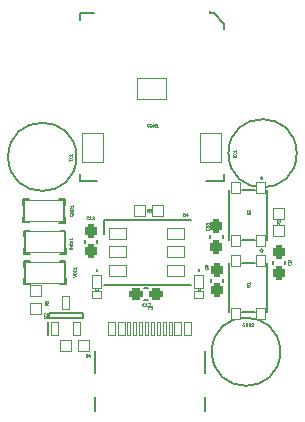
<source format=gto>
%TF.GenerationSoftware,KiCad,Pcbnew,(7.0.0)*%
%TF.CreationDate,2023-11-19T11:36:42-08:00*%
%TF.ProjectId,Dot-LED,446f742d-4c45-4442-9e6b-696361645f70,rev?*%
%TF.SameCoordinates,Original*%
%TF.FileFunction,Legend,Top*%
%TF.FilePolarity,Positive*%
%FSLAX46Y46*%
G04 Gerber Fmt 4.6, Leading zero omitted, Abs format (unit mm)*
G04 Created by KiCad (PCBNEW (7.0.0)) date 2023-11-19 11:36:42*
%MOMM*%
%LPD*%
G01*
G04 APERTURE LIST*
G04 Aperture macros list*
%AMRoundRect*
0 Rectangle with rounded corners*
0 $1 Rounding radius*
0 $2 $3 $4 $5 $6 $7 $8 $9 X,Y pos of 4 corners*
0 Add a 4 corners polygon primitive as box body*
4,1,4,$2,$3,$4,$5,$6,$7,$8,$9,$2,$3,0*
0 Add four circle primitives for the rounded corners*
1,1,$1+$1,$2,$3*
1,1,$1+$1,$4,$5*
1,1,$1+$1,$6,$7*
1,1,$1+$1,$8,$9*
0 Add four rect primitives between the rounded corners*
20,1,$1+$1,$2,$3,$4,$5,0*
20,1,$1+$1,$4,$5,$6,$7,0*
20,1,$1+$1,$6,$7,$8,$9,0*
20,1,$1+$1,$8,$9,$2,$3,0*%
G04 Aperture macros list end*
%ADD10C,0.062500*%
%ADD11C,0.150000*%
%ADD12RoundRect,0.050000X-0.350000X-0.500000X0.350000X-0.500000X0.350000X0.500000X-0.350000X0.500000X0*%
%ADD13RoundRect,0.050000X0.500000X-0.450000X0.500000X0.450000X-0.500000X0.450000X-0.500000X-0.450000X0*%
%ADD14RoundRect,0.050000X0.450000X0.500000X-0.450000X0.500000X-0.450000X-0.500000X0.450000X-0.500000X0*%
%ADD15C,0.750000*%
%ADD16RoundRect,0.050000X-0.300000X-0.575000X0.300000X-0.575000X0.300000X0.575000X-0.300000X0.575000X0*%
%ADD17RoundRect,0.050000X-0.150000X-0.575000X0.150000X-0.575000X0.150000X0.575000X-0.150000X0.575000X0*%
%ADD18O,1.100000X1.900000*%
%ADD19O,1.100000X2.200000*%
%ADD20RoundRect,0.050000X-0.400000X-0.525000X0.400000X-0.525000X0.400000X0.525000X-0.400000X0.525000X0*%
%ADD21RoundRect,0.050000X-0.400000X0.325000X-0.400000X-0.325000X0.400000X-0.325000X0.400000X0.325000X0*%
%ADD22RoundRect,0.050000X0.300000X0.525000X-0.300000X0.525000X-0.300000X-0.525000X0.300000X-0.525000X0*%
%ADD23RoundRect,0.287500X0.237500X-0.300000X0.237500X0.300000X-0.237500X0.300000X-0.237500X-0.300000X0*%
%ADD24C,3.890000*%
%ADD25C,1.300000*%
%ADD26RoundRect,0.050000X-1.250000X0.900000X-1.250000X-0.900000X1.250000X-0.900000X1.250000X0.900000X0*%
%ADD27RoundRect,0.050000X-0.900000X1.250000X-0.900000X-1.250000X0.900000X-1.250000X0.900000X1.250000X0*%
%ADD28RoundRect,0.050000X-1.700000X-0.900000X1.700000X-0.900000X1.700000X0.900000X-1.700000X0.900000X0*%
%ADD29RoundRect,0.287500X-0.237500X0.300000X-0.237500X-0.300000X0.237500X-0.300000X0.237500X0.300000X0*%
%ADD30RoundRect,0.287500X0.300000X0.237500X-0.300000X0.237500X-0.300000X-0.237500X0.300000X-0.237500X0*%
%ADD31RoundRect,0.050000X-0.750000X-0.500000X0.750000X-0.500000X0.750000X0.500000X-0.750000X0.500000X0*%
G04 APERTURE END LIST*
D10*
%TO.C,S2*%
X135284940Y-53405475D02*
X135296845Y-53369761D01*
X135296845Y-53369761D02*
X135296845Y-53310237D01*
X135296845Y-53310237D02*
X135284940Y-53286428D01*
X135284940Y-53286428D02*
X135273035Y-53274523D01*
X135273035Y-53274523D02*
X135249226Y-53262618D01*
X135249226Y-53262618D02*
X135225416Y-53262618D01*
X135225416Y-53262618D02*
X135201607Y-53274523D01*
X135201607Y-53274523D02*
X135189702Y-53286428D01*
X135189702Y-53286428D02*
X135177797Y-53310237D01*
X135177797Y-53310237D02*
X135165892Y-53357856D01*
X135165892Y-53357856D02*
X135153988Y-53381666D01*
X135153988Y-53381666D02*
X135142083Y-53393571D01*
X135142083Y-53393571D02*
X135118273Y-53405475D01*
X135118273Y-53405475D02*
X135094464Y-53405475D01*
X135094464Y-53405475D02*
X135070654Y-53393571D01*
X135070654Y-53393571D02*
X135058750Y-53381666D01*
X135058750Y-53381666D02*
X135046845Y-53357856D01*
X135046845Y-53357856D02*
X135046845Y-53298333D01*
X135046845Y-53298333D02*
X135058750Y-53262618D01*
X135070654Y-53167380D02*
X135058750Y-53155476D01*
X135058750Y-53155476D02*
X135046845Y-53131666D01*
X135046845Y-53131666D02*
X135046845Y-53072142D01*
X135046845Y-53072142D02*
X135058750Y-53048333D01*
X135058750Y-53048333D02*
X135070654Y-53036428D01*
X135070654Y-53036428D02*
X135094464Y-53024523D01*
X135094464Y-53024523D02*
X135118273Y-53024523D01*
X135118273Y-53024523D02*
X135153988Y-53036428D01*
X135153988Y-53036428D02*
X135296845Y-53179285D01*
X135296845Y-53179285D02*
X135296845Y-53024523D01*
%TO.C,S1*%
X135284940Y-59555475D02*
X135296845Y-59519761D01*
X135296845Y-59519761D02*
X135296845Y-59460237D01*
X135296845Y-59460237D02*
X135284940Y-59436428D01*
X135284940Y-59436428D02*
X135273035Y-59424523D01*
X135273035Y-59424523D02*
X135249226Y-59412618D01*
X135249226Y-59412618D02*
X135225416Y-59412618D01*
X135225416Y-59412618D02*
X135201607Y-59424523D01*
X135201607Y-59424523D02*
X135189702Y-59436428D01*
X135189702Y-59436428D02*
X135177797Y-59460237D01*
X135177797Y-59460237D02*
X135165892Y-59507856D01*
X135165892Y-59507856D02*
X135153988Y-59531666D01*
X135153988Y-59531666D02*
X135142083Y-59543571D01*
X135142083Y-59543571D02*
X135118273Y-59555475D01*
X135118273Y-59555475D02*
X135094464Y-59555475D01*
X135094464Y-59555475D02*
X135070654Y-59543571D01*
X135070654Y-59543571D02*
X135058750Y-59531666D01*
X135058750Y-59531666D02*
X135046845Y-59507856D01*
X135046845Y-59507856D02*
X135046845Y-59448333D01*
X135046845Y-59448333D02*
X135058750Y-59412618D01*
X135296845Y-59174523D02*
X135296845Y-59317380D01*
X135296845Y-59245952D02*
X135046845Y-59245952D01*
X135046845Y-59245952D02*
X135082559Y-59269761D01*
X135082559Y-59269761D02*
X135106369Y-59293571D01*
X135106369Y-59293571D02*
X135118273Y-59317380D01*
%TO.C,R5*%
X118241845Y-60991666D02*
X118122797Y-61074999D01*
X118241845Y-61134523D02*
X117991845Y-61134523D01*
X117991845Y-61134523D02*
X117991845Y-61039285D01*
X117991845Y-61039285D02*
X118003750Y-61015475D01*
X118003750Y-61015475D02*
X118015654Y-61003570D01*
X118015654Y-61003570D02*
X118039464Y-60991666D01*
X118039464Y-60991666D02*
X118075178Y-60991666D01*
X118075178Y-60991666D02*
X118098988Y-61003570D01*
X118098988Y-61003570D02*
X118110892Y-61015475D01*
X118110892Y-61015475D02*
X118122797Y-61039285D01*
X118122797Y-61039285D02*
X118122797Y-61134523D01*
X117991845Y-60765475D02*
X117991845Y-60884523D01*
X117991845Y-60884523D02*
X118110892Y-60896427D01*
X118110892Y-60896427D02*
X118098988Y-60884523D01*
X118098988Y-60884523D02*
X118087083Y-60860713D01*
X118087083Y-60860713D02*
X118087083Y-60801189D01*
X118087083Y-60801189D02*
X118098988Y-60777380D01*
X118098988Y-60777380D02*
X118110892Y-60765475D01*
X118110892Y-60765475D02*
X118134702Y-60753570D01*
X118134702Y-60753570D02*
X118194226Y-60753570D01*
X118194226Y-60753570D02*
X118218035Y-60765475D01*
X118218035Y-60765475D02*
X118229940Y-60777380D01*
X118229940Y-60777380D02*
X118241845Y-60801189D01*
X118241845Y-60801189D02*
X118241845Y-60860713D01*
X118241845Y-60860713D02*
X118229940Y-60884523D01*
X118229940Y-60884523D02*
X118218035Y-60896427D01*
%TO.C,R4*%
X121558333Y-65491845D02*
X121475000Y-65372797D01*
X121415476Y-65491845D02*
X121415476Y-65241845D01*
X121415476Y-65241845D02*
X121510714Y-65241845D01*
X121510714Y-65241845D02*
X121534524Y-65253750D01*
X121534524Y-65253750D02*
X121546429Y-65265654D01*
X121546429Y-65265654D02*
X121558333Y-65289464D01*
X121558333Y-65289464D02*
X121558333Y-65325178D01*
X121558333Y-65325178D02*
X121546429Y-65348988D01*
X121546429Y-65348988D02*
X121534524Y-65360892D01*
X121534524Y-65360892D02*
X121510714Y-65372797D01*
X121510714Y-65372797D02*
X121415476Y-65372797D01*
X121772619Y-65325178D02*
X121772619Y-65491845D01*
X121713095Y-65229940D02*
X121653572Y-65408511D01*
X121653572Y-65408511D02*
X121808333Y-65408511D01*
%TO.C,R2*%
X137891845Y-54141666D02*
X137772797Y-54224999D01*
X137891845Y-54284523D02*
X137641845Y-54284523D01*
X137641845Y-54284523D02*
X137641845Y-54189285D01*
X137641845Y-54189285D02*
X137653750Y-54165475D01*
X137653750Y-54165475D02*
X137665654Y-54153570D01*
X137665654Y-54153570D02*
X137689464Y-54141666D01*
X137689464Y-54141666D02*
X137725178Y-54141666D01*
X137725178Y-54141666D02*
X137748988Y-54153570D01*
X137748988Y-54153570D02*
X137760892Y-54165475D01*
X137760892Y-54165475D02*
X137772797Y-54189285D01*
X137772797Y-54189285D02*
X137772797Y-54284523D01*
X137665654Y-54046427D02*
X137653750Y-54034523D01*
X137653750Y-54034523D02*
X137641845Y-54010713D01*
X137641845Y-54010713D02*
X137641845Y-53951189D01*
X137641845Y-53951189D02*
X137653750Y-53927380D01*
X137653750Y-53927380D02*
X137665654Y-53915475D01*
X137665654Y-53915475D02*
X137689464Y-53903570D01*
X137689464Y-53903570D02*
X137713273Y-53903570D01*
X137713273Y-53903570D02*
X137748988Y-53915475D01*
X137748988Y-53915475D02*
X137891845Y-54058332D01*
X137891845Y-54058332D02*
X137891845Y-53903570D01*
%TO.C,R1*%
X126758333Y-53191845D02*
X126675000Y-53072797D01*
X126615476Y-53191845D02*
X126615476Y-52941845D01*
X126615476Y-52941845D02*
X126710714Y-52941845D01*
X126710714Y-52941845D02*
X126734524Y-52953750D01*
X126734524Y-52953750D02*
X126746429Y-52965654D01*
X126746429Y-52965654D02*
X126758333Y-52989464D01*
X126758333Y-52989464D02*
X126758333Y-53025178D01*
X126758333Y-53025178D02*
X126746429Y-53048988D01*
X126746429Y-53048988D02*
X126734524Y-53060892D01*
X126734524Y-53060892D02*
X126710714Y-53072797D01*
X126710714Y-53072797D02*
X126615476Y-53072797D01*
X126996429Y-53191845D02*
X126853572Y-53191845D01*
X126925000Y-53191845D02*
X126925000Y-52941845D01*
X126925000Y-52941845D02*
X126901191Y-52977559D01*
X126901191Y-52977559D02*
X126877381Y-53001369D01*
X126877381Y-53001369D02*
X126853572Y-53013273D01*
%TO.C,P1*%
X126695476Y-61416845D02*
X126695476Y-61166845D01*
X126695476Y-61166845D02*
X126790714Y-61166845D01*
X126790714Y-61166845D02*
X126814524Y-61178750D01*
X126814524Y-61178750D02*
X126826429Y-61190654D01*
X126826429Y-61190654D02*
X126838333Y-61214464D01*
X126838333Y-61214464D02*
X126838333Y-61250178D01*
X126838333Y-61250178D02*
X126826429Y-61273988D01*
X126826429Y-61273988D02*
X126814524Y-61285892D01*
X126814524Y-61285892D02*
X126790714Y-61297797D01*
X126790714Y-61297797D02*
X126695476Y-61297797D01*
X127076429Y-61416845D02*
X126933572Y-61416845D01*
X127005000Y-61416845D02*
X127005000Y-61166845D01*
X127005000Y-61166845D02*
X126981191Y-61202559D01*
X126981191Y-61202559D02*
X126957381Y-61226369D01*
X126957381Y-61226369D02*
X126933572Y-61238273D01*
%TO.C,D2*%
X122441845Y-59784523D02*
X122191845Y-59784523D01*
X122191845Y-59784523D02*
X122191845Y-59724999D01*
X122191845Y-59724999D02*
X122203750Y-59689285D01*
X122203750Y-59689285D02*
X122227559Y-59665475D01*
X122227559Y-59665475D02*
X122251369Y-59653570D01*
X122251369Y-59653570D02*
X122298988Y-59641666D01*
X122298988Y-59641666D02*
X122334702Y-59641666D01*
X122334702Y-59641666D02*
X122382321Y-59653570D01*
X122382321Y-59653570D02*
X122406130Y-59665475D01*
X122406130Y-59665475D02*
X122429940Y-59689285D01*
X122429940Y-59689285D02*
X122441845Y-59724999D01*
X122441845Y-59724999D02*
X122441845Y-59784523D01*
X122215654Y-59546427D02*
X122203750Y-59534523D01*
X122203750Y-59534523D02*
X122191845Y-59510713D01*
X122191845Y-59510713D02*
X122191845Y-59451189D01*
X122191845Y-59451189D02*
X122203750Y-59427380D01*
X122203750Y-59427380D02*
X122215654Y-59415475D01*
X122215654Y-59415475D02*
X122239464Y-59403570D01*
X122239464Y-59403570D02*
X122263273Y-59403570D01*
X122263273Y-59403570D02*
X122298988Y-59415475D01*
X122298988Y-59415475D02*
X122441845Y-59558332D01*
X122441845Y-59558332D02*
X122441845Y-59403570D01*
%TO.C,D1*%
X131141845Y-59784523D02*
X130891845Y-59784523D01*
X130891845Y-59784523D02*
X130891845Y-59724999D01*
X130891845Y-59724999D02*
X130903750Y-59689285D01*
X130903750Y-59689285D02*
X130927559Y-59665475D01*
X130927559Y-59665475D02*
X130951369Y-59653570D01*
X130951369Y-59653570D02*
X130998988Y-59641666D01*
X130998988Y-59641666D02*
X131034702Y-59641666D01*
X131034702Y-59641666D02*
X131082321Y-59653570D01*
X131082321Y-59653570D02*
X131106130Y-59665475D01*
X131106130Y-59665475D02*
X131129940Y-59689285D01*
X131129940Y-59689285D02*
X131141845Y-59724999D01*
X131141845Y-59724999D02*
X131141845Y-59784523D01*
X131141845Y-59403570D02*
X131141845Y-59546427D01*
X131141845Y-59474999D02*
X130891845Y-59474999D01*
X130891845Y-59474999D02*
X130927559Y-59498808D01*
X130927559Y-59498808D02*
X130951369Y-59522618D01*
X130951369Y-59522618D02*
X130963273Y-59546427D01*
%TO.C,Q2*%
X118165654Y-62023809D02*
X118153750Y-62047619D01*
X118153750Y-62047619D02*
X118129940Y-62071428D01*
X118129940Y-62071428D02*
X118094226Y-62107142D01*
X118094226Y-62107142D02*
X118082321Y-62130952D01*
X118082321Y-62130952D02*
X118082321Y-62154761D01*
X118141845Y-62142857D02*
X118129940Y-62166666D01*
X118129940Y-62166666D02*
X118106130Y-62190476D01*
X118106130Y-62190476D02*
X118058511Y-62202380D01*
X118058511Y-62202380D02*
X117975178Y-62202380D01*
X117975178Y-62202380D02*
X117927559Y-62190476D01*
X117927559Y-62190476D02*
X117903750Y-62166666D01*
X117903750Y-62166666D02*
X117891845Y-62142857D01*
X117891845Y-62142857D02*
X117891845Y-62095238D01*
X117891845Y-62095238D02*
X117903750Y-62071428D01*
X117903750Y-62071428D02*
X117927559Y-62047619D01*
X117927559Y-62047619D02*
X117975178Y-62035714D01*
X117975178Y-62035714D02*
X118058511Y-62035714D01*
X118058511Y-62035714D02*
X118106130Y-62047619D01*
X118106130Y-62047619D02*
X118129940Y-62071428D01*
X118129940Y-62071428D02*
X118141845Y-62095238D01*
X118141845Y-62095238D02*
X118141845Y-62142857D01*
X117915654Y-61940475D02*
X117903750Y-61928571D01*
X117903750Y-61928571D02*
X117891845Y-61904761D01*
X117891845Y-61904761D02*
X117891845Y-61845237D01*
X117891845Y-61845237D02*
X117903750Y-61821428D01*
X117903750Y-61821428D02*
X117915654Y-61809523D01*
X117915654Y-61809523D02*
X117939464Y-61797618D01*
X117939464Y-61797618D02*
X117963273Y-61797618D01*
X117963273Y-61797618D02*
X117998988Y-61809523D01*
X117998988Y-61809523D02*
X118141845Y-61952380D01*
X118141845Y-61952380D02*
X118141845Y-61797618D01*
%TO.C,C12*%
X121639285Y-53818035D02*
X121627381Y-53829940D01*
X121627381Y-53829940D02*
X121591666Y-53841845D01*
X121591666Y-53841845D02*
X121567857Y-53841845D01*
X121567857Y-53841845D02*
X121532143Y-53829940D01*
X121532143Y-53829940D02*
X121508333Y-53806130D01*
X121508333Y-53806130D02*
X121496428Y-53782321D01*
X121496428Y-53782321D02*
X121484524Y-53734702D01*
X121484524Y-53734702D02*
X121484524Y-53698988D01*
X121484524Y-53698988D02*
X121496428Y-53651369D01*
X121496428Y-53651369D02*
X121508333Y-53627559D01*
X121508333Y-53627559D02*
X121532143Y-53603750D01*
X121532143Y-53603750D02*
X121567857Y-53591845D01*
X121567857Y-53591845D02*
X121591666Y-53591845D01*
X121591666Y-53591845D02*
X121627381Y-53603750D01*
X121627381Y-53603750D02*
X121639285Y-53615654D01*
X121877381Y-53841845D02*
X121734524Y-53841845D01*
X121805952Y-53841845D02*
X121805952Y-53591845D01*
X121805952Y-53591845D02*
X121782143Y-53627559D01*
X121782143Y-53627559D02*
X121758333Y-53651369D01*
X121758333Y-53651369D02*
X121734524Y-53663273D01*
X121972619Y-53615654D02*
X121984523Y-53603750D01*
X121984523Y-53603750D02*
X122008333Y-53591845D01*
X122008333Y-53591845D02*
X122067857Y-53591845D01*
X122067857Y-53591845D02*
X122091666Y-53603750D01*
X122091666Y-53603750D02*
X122103571Y-53615654D01*
X122103571Y-53615654D02*
X122115476Y-53639464D01*
X122115476Y-53639464D02*
X122115476Y-53663273D01*
X122115476Y-53663273D02*
X122103571Y-53698988D01*
X122103571Y-53698988D02*
X121960714Y-53841845D01*
X121960714Y-53841845D02*
X122115476Y-53841845D01*
%TO.C,RX1*%
X134141845Y-48460714D02*
X134022797Y-48544047D01*
X134141845Y-48603571D02*
X133891845Y-48603571D01*
X133891845Y-48603571D02*
X133891845Y-48508333D01*
X133891845Y-48508333D02*
X133903750Y-48484523D01*
X133903750Y-48484523D02*
X133915654Y-48472618D01*
X133915654Y-48472618D02*
X133939464Y-48460714D01*
X133939464Y-48460714D02*
X133975178Y-48460714D01*
X133975178Y-48460714D02*
X133998988Y-48472618D01*
X133998988Y-48472618D02*
X134010892Y-48484523D01*
X134010892Y-48484523D02*
X134022797Y-48508333D01*
X134022797Y-48508333D02*
X134022797Y-48603571D01*
X133891845Y-48377380D02*
X134141845Y-48210714D01*
X133891845Y-48210714D02*
X134141845Y-48377380D01*
X134141845Y-47984523D02*
X134141845Y-48127380D01*
X134141845Y-48055952D02*
X133891845Y-48055952D01*
X133891845Y-48055952D02*
X133927559Y-48079761D01*
X133927559Y-48079761D02*
X133951369Y-48103571D01*
X133951369Y-48103571D02*
X133963273Y-48127380D01*
%TO.C,C13*%
X131818035Y-54610714D02*
X131829940Y-54622618D01*
X131829940Y-54622618D02*
X131841845Y-54658333D01*
X131841845Y-54658333D02*
X131841845Y-54682142D01*
X131841845Y-54682142D02*
X131829940Y-54717856D01*
X131829940Y-54717856D02*
X131806130Y-54741666D01*
X131806130Y-54741666D02*
X131782321Y-54753571D01*
X131782321Y-54753571D02*
X131734702Y-54765475D01*
X131734702Y-54765475D02*
X131698988Y-54765475D01*
X131698988Y-54765475D02*
X131651369Y-54753571D01*
X131651369Y-54753571D02*
X131627559Y-54741666D01*
X131627559Y-54741666D02*
X131603750Y-54717856D01*
X131603750Y-54717856D02*
X131591845Y-54682142D01*
X131591845Y-54682142D02*
X131591845Y-54658333D01*
X131591845Y-54658333D02*
X131603750Y-54622618D01*
X131603750Y-54622618D02*
X131615654Y-54610714D01*
X131841845Y-54372618D02*
X131841845Y-54515475D01*
X131841845Y-54444047D02*
X131591845Y-54444047D01*
X131591845Y-54444047D02*
X131627559Y-54467856D01*
X131627559Y-54467856D02*
X131651369Y-54491666D01*
X131651369Y-54491666D02*
X131663273Y-54515475D01*
X131591845Y-54289285D02*
X131591845Y-54134523D01*
X131591845Y-54134523D02*
X131687083Y-54217857D01*
X131687083Y-54217857D02*
X131687083Y-54182142D01*
X131687083Y-54182142D02*
X131698988Y-54158333D01*
X131698988Y-54158333D02*
X131710892Y-54146428D01*
X131710892Y-54146428D02*
X131734702Y-54134523D01*
X131734702Y-54134523D02*
X131794226Y-54134523D01*
X131794226Y-54134523D02*
X131818035Y-54146428D01*
X131818035Y-54146428D02*
X131829940Y-54158333D01*
X131829940Y-54158333D02*
X131841845Y-54182142D01*
X131841845Y-54182142D02*
X131841845Y-54253571D01*
X131841845Y-54253571D02*
X131829940Y-54277380D01*
X131829940Y-54277380D02*
X131818035Y-54289285D01*
%TO.C,C9*%
X138768035Y-57541666D02*
X138779940Y-57553570D01*
X138779940Y-57553570D02*
X138791845Y-57589285D01*
X138791845Y-57589285D02*
X138791845Y-57613094D01*
X138791845Y-57613094D02*
X138779940Y-57648808D01*
X138779940Y-57648808D02*
X138756130Y-57672618D01*
X138756130Y-57672618D02*
X138732321Y-57684523D01*
X138732321Y-57684523D02*
X138684702Y-57696427D01*
X138684702Y-57696427D02*
X138648988Y-57696427D01*
X138648988Y-57696427D02*
X138601369Y-57684523D01*
X138601369Y-57684523D02*
X138577559Y-57672618D01*
X138577559Y-57672618D02*
X138553750Y-57648808D01*
X138553750Y-57648808D02*
X138541845Y-57613094D01*
X138541845Y-57613094D02*
X138541845Y-57589285D01*
X138541845Y-57589285D02*
X138553750Y-57553570D01*
X138553750Y-57553570D02*
X138565654Y-57541666D01*
X138791845Y-57422618D02*
X138791845Y-57374999D01*
X138791845Y-57374999D02*
X138779940Y-57351189D01*
X138779940Y-57351189D02*
X138768035Y-57339285D01*
X138768035Y-57339285D02*
X138732321Y-57315475D01*
X138732321Y-57315475D02*
X138684702Y-57303570D01*
X138684702Y-57303570D02*
X138589464Y-57303570D01*
X138589464Y-57303570D02*
X138565654Y-57315475D01*
X138565654Y-57315475D02*
X138553750Y-57327380D01*
X138553750Y-57327380D02*
X138541845Y-57351189D01*
X138541845Y-57351189D02*
X138541845Y-57398808D01*
X138541845Y-57398808D02*
X138553750Y-57422618D01*
X138553750Y-57422618D02*
X138565654Y-57434523D01*
X138565654Y-57434523D02*
X138589464Y-57446427D01*
X138589464Y-57446427D02*
X138648988Y-57446427D01*
X138648988Y-57446427D02*
X138672797Y-57434523D01*
X138672797Y-57434523D02*
X138684702Y-57422618D01*
X138684702Y-57422618D02*
X138696607Y-57398808D01*
X138696607Y-57398808D02*
X138696607Y-57351189D01*
X138696607Y-57351189D02*
X138684702Y-57327380D01*
X138684702Y-57327380D02*
X138672797Y-57315475D01*
X138672797Y-57315475D02*
X138648988Y-57303570D01*
%TO.C,CON1*%
X126746428Y-45968035D02*
X126734524Y-45979940D01*
X126734524Y-45979940D02*
X126698809Y-45991845D01*
X126698809Y-45991845D02*
X126675000Y-45991845D01*
X126675000Y-45991845D02*
X126639286Y-45979940D01*
X126639286Y-45979940D02*
X126615476Y-45956130D01*
X126615476Y-45956130D02*
X126603571Y-45932321D01*
X126603571Y-45932321D02*
X126591667Y-45884702D01*
X126591667Y-45884702D02*
X126591667Y-45848988D01*
X126591667Y-45848988D02*
X126603571Y-45801369D01*
X126603571Y-45801369D02*
X126615476Y-45777559D01*
X126615476Y-45777559D02*
X126639286Y-45753750D01*
X126639286Y-45753750D02*
X126675000Y-45741845D01*
X126675000Y-45741845D02*
X126698809Y-45741845D01*
X126698809Y-45741845D02*
X126734524Y-45753750D01*
X126734524Y-45753750D02*
X126746428Y-45765654D01*
X126901190Y-45741845D02*
X126948809Y-45741845D01*
X126948809Y-45741845D02*
X126972619Y-45753750D01*
X126972619Y-45753750D02*
X126996428Y-45777559D01*
X126996428Y-45777559D02*
X127008333Y-45825178D01*
X127008333Y-45825178D02*
X127008333Y-45908511D01*
X127008333Y-45908511D02*
X126996428Y-45956130D01*
X126996428Y-45956130D02*
X126972619Y-45979940D01*
X126972619Y-45979940D02*
X126948809Y-45991845D01*
X126948809Y-45991845D02*
X126901190Y-45991845D01*
X126901190Y-45991845D02*
X126877381Y-45979940D01*
X126877381Y-45979940D02*
X126853571Y-45956130D01*
X126853571Y-45956130D02*
X126841667Y-45908511D01*
X126841667Y-45908511D02*
X126841667Y-45825178D01*
X126841667Y-45825178D02*
X126853571Y-45777559D01*
X126853571Y-45777559D02*
X126877381Y-45753750D01*
X126877381Y-45753750D02*
X126901190Y-45741845D01*
X127115476Y-45991845D02*
X127115476Y-45741845D01*
X127115476Y-45741845D02*
X127258333Y-45991845D01*
X127258333Y-45991845D02*
X127258333Y-45741845D01*
X127508334Y-45991845D02*
X127365477Y-45991845D01*
X127436905Y-45991845D02*
X127436905Y-45741845D01*
X127436905Y-45741845D02*
X127413096Y-45777559D01*
X127413096Y-45777559D02*
X127389286Y-45801369D01*
X127389286Y-45801369D02*
X127365477Y-45813273D01*
%TO.C,GND1*%
X120103750Y-53409523D02*
X120091845Y-53433333D01*
X120091845Y-53433333D02*
X120091845Y-53469047D01*
X120091845Y-53469047D02*
X120103750Y-53504761D01*
X120103750Y-53504761D02*
X120127559Y-53528571D01*
X120127559Y-53528571D02*
X120151369Y-53540476D01*
X120151369Y-53540476D02*
X120198988Y-53552380D01*
X120198988Y-53552380D02*
X120234702Y-53552380D01*
X120234702Y-53552380D02*
X120282321Y-53540476D01*
X120282321Y-53540476D02*
X120306130Y-53528571D01*
X120306130Y-53528571D02*
X120329940Y-53504761D01*
X120329940Y-53504761D02*
X120341845Y-53469047D01*
X120341845Y-53469047D02*
X120341845Y-53445238D01*
X120341845Y-53445238D02*
X120329940Y-53409523D01*
X120329940Y-53409523D02*
X120318035Y-53397619D01*
X120318035Y-53397619D02*
X120234702Y-53397619D01*
X120234702Y-53397619D02*
X120234702Y-53445238D01*
X120341845Y-53290476D02*
X120091845Y-53290476D01*
X120091845Y-53290476D02*
X120341845Y-53147619D01*
X120341845Y-53147619D02*
X120091845Y-53147619D01*
X120341845Y-53028571D02*
X120091845Y-53028571D01*
X120091845Y-53028571D02*
X120091845Y-52969047D01*
X120091845Y-52969047D02*
X120103750Y-52933333D01*
X120103750Y-52933333D02*
X120127559Y-52909523D01*
X120127559Y-52909523D02*
X120151369Y-52897618D01*
X120151369Y-52897618D02*
X120198988Y-52885714D01*
X120198988Y-52885714D02*
X120234702Y-52885714D01*
X120234702Y-52885714D02*
X120282321Y-52897618D01*
X120282321Y-52897618D02*
X120306130Y-52909523D01*
X120306130Y-52909523D02*
X120329940Y-52933333D01*
X120329940Y-52933333D02*
X120341845Y-52969047D01*
X120341845Y-52969047D02*
X120341845Y-53028571D01*
X120341845Y-52647618D02*
X120341845Y-52790475D01*
X120341845Y-52719047D02*
X120091845Y-52719047D01*
X120091845Y-52719047D02*
X120127559Y-52742856D01*
X120127559Y-52742856D02*
X120151369Y-52766666D01*
X120151369Y-52766666D02*
X120163273Y-52790475D01*
%TO.C,GND2*%
X134840476Y-62653750D02*
X134816666Y-62641845D01*
X134816666Y-62641845D02*
X134780952Y-62641845D01*
X134780952Y-62641845D02*
X134745238Y-62653750D01*
X134745238Y-62653750D02*
X134721428Y-62677559D01*
X134721428Y-62677559D02*
X134709523Y-62701369D01*
X134709523Y-62701369D02*
X134697619Y-62748988D01*
X134697619Y-62748988D02*
X134697619Y-62784702D01*
X134697619Y-62784702D02*
X134709523Y-62832321D01*
X134709523Y-62832321D02*
X134721428Y-62856130D01*
X134721428Y-62856130D02*
X134745238Y-62879940D01*
X134745238Y-62879940D02*
X134780952Y-62891845D01*
X134780952Y-62891845D02*
X134804761Y-62891845D01*
X134804761Y-62891845D02*
X134840476Y-62879940D01*
X134840476Y-62879940D02*
X134852380Y-62868035D01*
X134852380Y-62868035D02*
X134852380Y-62784702D01*
X134852380Y-62784702D02*
X134804761Y-62784702D01*
X134959523Y-62891845D02*
X134959523Y-62641845D01*
X134959523Y-62641845D02*
X135102380Y-62891845D01*
X135102380Y-62891845D02*
X135102380Y-62641845D01*
X135221428Y-62891845D02*
X135221428Y-62641845D01*
X135221428Y-62641845D02*
X135280952Y-62641845D01*
X135280952Y-62641845D02*
X135316666Y-62653750D01*
X135316666Y-62653750D02*
X135340476Y-62677559D01*
X135340476Y-62677559D02*
X135352381Y-62701369D01*
X135352381Y-62701369D02*
X135364285Y-62748988D01*
X135364285Y-62748988D02*
X135364285Y-62784702D01*
X135364285Y-62784702D02*
X135352381Y-62832321D01*
X135352381Y-62832321D02*
X135340476Y-62856130D01*
X135340476Y-62856130D02*
X135316666Y-62879940D01*
X135316666Y-62879940D02*
X135280952Y-62891845D01*
X135280952Y-62891845D02*
X135221428Y-62891845D01*
X135459524Y-62665654D02*
X135471428Y-62653750D01*
X135471428Y-62653750D02*
X135495238Y-62641845D01*
X135495238Y-62641845D02*
X135554762Y-62641845D01*
X135554762Y-62641845D02*
X135578571Y-62653750D01*
X135578571Y-62653750D02*
X135590476Y-62665654D01*
X135590476Y-62665654D02*
X135602381Y-62689464D01*
X135602381Y-62689464D02*
X135602381Y-62713273D01*
X135602381Y-62713273D02*
X135590476Y-62748988D01*
X135590476Y-62748988D02*
X135447619Y-62891845D01*
X135447619Y-62891845D02*
X135602381Y-62891845D01*
%TO.C,VCC1*%
X120341845Y-58752380D02*
X120591845Y-58669047D01*
X120591845Y-58669047D02*
X120341845Y-58585713D01*
X120568035Y-58359523D02*
X120579940Y-58371427D01*
X120579940Y-58371427D02*
X120591845Y-58407142D01*
X120591845Y-58407142D02*
X120591845Y-58430951D01*
X120591845Y-58430951D02*
X120579940Y-58466665D01*
X120579940Y-58466665D02*
X120556130Y-58490475D01*
X120556130Y-58490475D02*
X120532321Y-58502380D01*
X120532321Y-58502380D02*
X120484702Y-58514284D01*
X120484702Y-58514284D02*
X120448988Y-58514284D01*
X120448988Y-58514284D02*
X120401369Y-58502380D01*
X120401369Y-58502380D02*
X120377559Y-58490475D01*
X120377559Y-58490475D02*
X120353750Y-58466665D01*
X120353750Y-58466665D02*
X120341845Y-58430951D01*
X120341845Y-58430951D02*
X120341845Y-58407142D01*
X120341845Y-58407142D02*
X120353750Y-58371427D01*
X120353750Y-58371427D02*
X120365654Y-58359523D01*
X120568035Y-58109523D02*
X120579940Y-58121427D01*
X120579940Y-58121427D02*
X120591845Y-58157142D01*
X120591845Y-58157142D02*
X120591845Y-58180951D01*
X120591845Y-58180951D02*
X120579940Y-58216665D01*
X120579940Y-58216665D02*
X120556130Y-58240475D01*
X120556130Y-58240475D02*
X120532321Y-58252380D01*
X120532321Y-58252380D02*
X120484702Y-58264284D01*
X120484702Y-58264284D02*
X120448988Y-58264284D01*
X120448988Y-58264284D02*
X120401369Y-58252380D01*
X120401369Y-58252380D02*
X120377559Y-58240475D01*
X120377559Y-58240475D02*
X120353750Y-58216665D01*
X120353750Y-58216665D02*
X120341845Y-58180951D01*
X120341845Y-58180951D02*
X120341845Y-58157142D01*
X120341845Y-58157142D02*
X120353750Y-58121427D01*
X120353750Y-58121427D02*
X120365654Y-58109523D01*
X120591845Y-57871427D02*
X120591845Y-58014284D01*
X120591845Y-57942856D02*
X120341845Y-57942856D01*
X120341845Y-57942856D02*
X120377559Y-57966665D01*
X120377559Y-57966665D02*
X120401369Y-57990475D01*
X120401369Y-57990475D02*
X120413273Y-58014284D01*
%TO.C,Data1*%
X120241845Y-56382142D02*
X119991845Y-56382142D01*
X119991845Y-56382142D02*
X119991845Y-56322618D01*
X119991845Y-56322618D02*
X120003750Y-56286904D01*
X120003750Y-56286904D02*
X120027559Y-56263094D01*
X120027559Y-56263094D02*
X120051369Y-56251189D01*
X120051369Y-56251189D02*
X120098988Y-56239285D01*
X120098988Y-56239285D02*
X120134702Y-56239285D01*
X120134702Y-56239285D02*
X120182321Y-56251189D01*
X120182321Y-56251189D02*
X120206130Y-56263094D01*
X120206130Y-56263094D02*
X120229940Y-56286904D01*
X120229940Y-56286904D02*
X120241845Y-56322618D01*
X120241845Y-56322618D02*
X120241845Y-56382142D01*
X120241845Y-56024999D02*
X120110892Y-56024999D01*
X120110892Y-56024999D02*
X120087083Y-56036904D01*
X120087083Y-56036904D02*
X120075178Y-56060713D01*
X120075178Y-56060713D02*
X120075178Y-56108332D01*
X120075178Y-56108332D02*
X120087083Y-56132142D01*
X120229940Y-56024999D02*
X120241845Y-56048808D01*
X120241845Y-56048808D02*
X120241845Y-56108332D01*
X120241845Y-56108332D02*
X120229940Y-56132142D01*
X120229940Y-56132142D02*
X120206130Y-56144046D01*
X120206130Y-56144046D02*
X120182321Y-56144046D01*
X120182321Y-56144046D02*
X120158511Y-56132142D01*
X120158511Y-56132142D02*
X120146607Y-56108332D01*
X120146607Y-56108332D02*
X120146607Y-56048808D01*
X120146607Y-56048808D02*
X120134702Y-56024999D01*
X120075178Y-55941666D02*
X120075178Y-55846428D01*
X119991845Y-55905952D02*
X120206130Y-55905952D01*
X120206130Y-55905952D02*
X120229940Y-55894047D01*
X120229940Y-55894047D02*
X120241845Y-55870237D01*
X120241845Y-55870237D02*
X120241845Y-55846428D01*
X120241845Y-55655952D02*
X120110892Y-55655952D01*
X120110892Y-55655952D02*
X120087083Y-55667857D01*
X120087083Y-55667857D02*
X120075178Y-55691666D01*
X120075178Y-55691666D02*
X120075178Y-55739285D01*
X120075178Y-55739285D02*
X120087083Y-55763095D01*
X120229940Y-55655952D02*
X120241845Y-55679761D01*
X120241845Y-55679761D02*
X120241845Y-55739285D01*
X120241845Y-55739285D02*
X120229940Y-55763095D01*
X120229940Y-55763095D02*
X120206130Y-55774999D01*
X120206130Y-55774999D02*
X120182321Y-55774999D01*
X120182321Y-55774999D02*
X120158511Y-55763095D01*
X120158511Y-55763095D02*
X120146607Y-55739285D01*
X120146607Y-55739285D02*
X120146607Y-55679761D01*
X120146607Y-55679761D02*
X120134702Y-55655952D01*
X120241845Y-55405952D02*
X120241845Y-55548809D01*
X120241845Y-55477381D02*
X119991845Y-55477381D01*
X119991845Y-55477381D02*
X120027559Y-55501190D01*
X120027559Y-55501190D02*
X120051369Y-55525000D01*
X120051369Y-55525000D02*
X120063273Y-55548809D01*
%TO.C,C8*%
X131718035Y-57941666D02*
X131729940Y-57953570D01*
X131729940Y-57953570D02*
X131741845Y-57989285D01*
X131741845Y-57989285D02*
X131741845Y-58013094D01*
X131741845Y-58013094D02*
X131729940Y-58048808D01*
X131729940Y-58048808D02*
X131706130Y-58072618D01*
X131706130Y-58072618D02*
X131682321Y-58084523D01*
X131682321Y-58084523D02*
X131634702Y-58096427D01*
X131634702Y-58096427D02*
X131598988Y-58096427D01*
X131598988Y-58096427D02*
X131551369Y-58084523D01*
X131551369Y-58084523D02*
X131527559Y-58072618D01*
X131527559Y-58072618D02*
X131503750Y-58048808D01*
X131503750Y-58048808D02*
X131491845Y-58013094D01*
X131491845Y-58013094D02*
X131491845Y-57989285D01*
X131491845Y-57989285D02*
X131503750Y-57953570D01*
X131503750Y-57953570D02*
X131515654Y-57941666D01*
X131598988Y-57798808D02*
X131587083Y-57822618D01*
X131587083Y-57822618D02*
X131575178Y-57834523D01*
X131575178Y-57834523D02*
X131551369Y-57846427D01*
X131551369Y-57846427D02*
X131539464Y-57846427D01*
X131539464Y-57846427D02*
X131515654Y-57834523D01*
X131515654Y-57834523D02*
X131503750Y-57822618D01*
X131503750Y-57822618D02*
X131491845Y-57798808D01*
X131491845Y-57798808D02*
X131491845Y-57751189D01*
X131491845Y-57751189D02*
X131503750Y-57727380D01*
X131503750Y-57727380D02*
X131515654Y-57715475D01*
X131515654Y-57715475D02*
X131539464Y-57703570D01*
X131539464Y-57703570D02*
X131551369Y-57703570D01*
X131551369Y-57703570D02*
X131575178Y-57715475D01*
X131575178Y-57715475D02*
X131587083Y-57727380D01*
X131587083Y-57727380D02*
X131598988Y-57751189D01*
X131598988Y-57751189D02*
X131598988Y-57798808D01*
X131598988Y-57798808D02*
X131610892Y-57822618D01*
X131610892Y-57822618D02*
X131622797Y-57834523D01*
X131622797Y-57834523D02*
X131646607Y-57846427D01*
X131646607Y-57846427D02*
X131694226Y-57846427D01*
X131694226Y-57846427D02*
X131718035Y-57834523D01*
X131718035Y-57834523D02*
X131729940Y-57822618D01*
X131729940Y-57822618D02*
X131741845Y-57798808D01*
X131741845Y-57798808D02*
X131741845Y-57751189D01*
X131741845Y-57751189D02*
X131729940Y-57727380D01*
X131729940Y-57727380D02*
X131718035Y-57715475D01*
X131718035Y-57715475D02*
X131694226Y-57703570D01*
X131694226Y-57703570D02*
X131646607Y-57703570D01*
X131646607Y-57703570D02*
X131622797Y-57715475D01*
X131622797Y-57715475D02*
X131610892Y-57727380D01*
X131610892Y-57727380D02*
X131598988Y-57751189D01*
%TO.C,C17*%
X126389285Y-61168035D02*
X126377381Y-61179940D01*
X126377381Y-61179940D02*
X126341666Y-61191845D01*
X126341666Y-61191845D02*
X126317857Y-61191845D01*
X126317857Y-61191845D02*
X126282143Y-61179940D01*
X126282143Y-61179940D02*
X126258333Y-61156130D01*
X126258333Y-61156130D02*
X126246428Y-61132321D01*
X126246428Y-61132321D02*
X126234524Y-61084702D01*
X126234524Y-61084702D02*
X126234524Y-61048988D01*
X126234524Y-61048988D02*
X126246428Y-61001369D01*
X126246428Y-61001369D02*
X126258333Y-60977559D01*
X126258333Y-60977559D02*
X126282143Y-60953750D01*
X126282143Y-60953750D02*
X126317857Y-60941845D01*
X126317857Y-60941845D02*
X126341666Y-60941845D01*
X126341666Y-60941845D02*
X126377381Y-60953750D01*
X126377381Y-60953750D02*
X126389285Y-60965654D01*
X126627381Y-61191845D02*
X126484524Y-61191845D01*
X126555952Y-61191845D02*
X126555952Y-60941845D01*
X126555952Y-60941845D02*
X126532143Y-60977559D01*
X126532143Y-60977559D02*
X126508333Y-61001369D01*
X126508333Y-61001369D02*
X126484524Y-61013273D01*
X126710714Y-60941845D02*
X126877380Y-60941845D01*
X126877380Y-60941845D02*
X126770238Y-61191845D01*
%TO.C,D4*%
X129665476Y-53591845D02*
X129665476Y-53341845D01*
X129665476Y-53341845D02*
X129725000Y-53341845D01*
X129725000Y-53341845D02*
X129760714Y-53353750D01*
X129760714Y-53353750D02*
X129784524Y-53377559D01*
X129784524Y-53377559D02*
X129796429Y-53401369D01*
X129796429Y-53401369D02*
X129808333Y-53448988D01*
X129808333Y-53448988D02*
X129808333Y-53484702D01*
X129808333Y-53484702D02*
X129796429Y-53532321D01*
X129796429Y-53532321D02*
X129784524Y-53556130D01*
X129784524Y-53556130D02*
X129760714Y-53579940D01*
X129760714Y-53579940D02*
X129725000Y-53591845D01*
X129725000Y-53591845D02*
X129665476Y-53591845D01*
X130022619Y-53425178D02*
X130022619Y-53591845D01*
X129963095Y-53329940D02*
X129903572Y-53508511D01*
X129903572Y-53508511D02*
X130058333Y-53508511D01*
%TO.C,TX1*%
X119991845Y-48909523D02*
X119991845Y-48766666D01*
X120241845Y-48838094D02*
X119991845Y-48838094D01*
X119991845Y-48707142D02*
X120241845Y-48540476D01*
X119991845Y-48540476D02*
X120241845Y-48707142D01*
X120241845Y-48314285D02*
X120241845Y-48457142D01*
X120241845Y-48385714D02*
X119991845Y-48385714D01*
X119991845Y-48385714D02*
X120027559Y-48409523D01*
X120027559Y-48409523D02*
X120051369Y-48433333D01*
X120051369Y-48433333D02*
X120063273Y-48457142D01*
D11*
%TO.C,S2*%
X136320000Y-50230000D02*
X136320000Y-50230000D01*
X136320000Y-50430000D02*
X136320000Y-50430000D01*
X136810000Y-51350000D02*
X136810000Y-55550000D01*
X134640000Y-51350000D02*
X135760000Y-51350000D01*
X133600000Y-51350000D02*
X133600000Y-55550000D01*
X134640000Y-55550000D02*
X135760000Y-55550000D01*
X136320000Y-50430000D02*
G75*
G03*
X136320000Y-50230000I0J100000D01*
G01*
X136320000Y-50230000D02*
G75*
G03*
X136320000Y-50430000I0J-100000D01*
G01*
%TO.C,S1*%
X136320000Y-56380000D02*
X136320000Y-56380000D01*
X136320000Y-56580000D02*
X136320000Y-56580000D01*
X136810000Y-57500000D02*
X136810000Y-61700000D01*
X134640000Y-57500000D02*
X135760000Y-57500000D01*
X133600000Y-57500000D02*
X133600000Y-61700000D01*
X134640000Y-61700000D02*
X135760000Y-61700000D01*
X136320000Y-56580000D02*
G75*
G03*
X136320000Y-56380000I0J100000D01*
G01*
X136320000Y-56380000D02*
G75*
G03*
X136320000Y-56580000I0J-100000D01*
G01*
%TO.C,P1*%
X122210000Y-66825000D02*
X122210000Y-65025000D01*
X122210000Y-68925000D02*
X122210000Y-70075000D01*
X131550000Y-68925000D02*
X131550000Y-70075000D01*
X131550000Y-66825000D02*
X131550000Y-65025000D01*
%TO.C,D2*%
X122350000Y-58100000D02*
X122350000Y-58100000D01*
X122350000Y-58200000D02*
X122350000Y-58200000D01*
X122350000Y-58200000D02*
G75*
G03*
X122350000Y-58100000I0J50000D01*
G01*
X122350000Y-58100000D02*
G75*
G03*
X122350000Y-58200000I0J-50000D01*
G01*
%TO.C,D1*%
X131050000Y-58100000D02*
X131050000Y-58100000D01*
X131050000Y-58200000D02*
X131050000Y-58200000D01*
X131050000Y-58200000D02*
G75*
G03*
X131050000Y-58100000I0J50000D01*
G01*
X131050000Y-58100000D02*
G75*
G03*
X131050000Y-58200000I0J-50000D01*
G01*
%TO.C,Q2*%
X118250000Y-63625000D02*
X118250000Y-62575000D01*
X121200000Y-62225000D02*
X118300000Y-62225000D01*
X121200000Y-61775000D02*
X121200000Y-62225000D01*
X118300000Y-61775000D02*
X121200000Y-61775000D01*
X118300000Y-62225000D02*
X118300000Y-61775000D01*
%TO.C,C12*%
X121340000Y-55846267D02*
X121340000Y-55553733D01*
X122360000Y-55846267D02*
X122360000Y-55553733D01*
%TO.C,RX1*%
X139290017Y-48250000D02*
G75*
G03*
X139290017Y-48250000I-2890017J0D01*
G01*
%TO.C,C13*%
X131990000Y-55446267D02*
X131990000Y-55153733D01*
X133010000Y-55446267D02*
X133010000Y-55153733D01*
%TO.C,C9*%
X137290000Y-57646267D02*
X137290000Y-57353733D01*
X138310000Y-57646267D02*
X138310000Y-57353733D01*
%TO.C,CON1*%
X132250000Y-36400000D02*
X131950000Y-36400000D01*
X131950000Y-36400000D02*
X131950000Y-36200000D01*
X120950000Y-36400000D02*
X122150000Y-36400000D01*
X120950000Y-37000000D02*
X120950000Y-36400000D01*
X133150000Y-37300000D02*
X132250000Y-36400000D01*
X133150000Y-37700000D02*
X133150000Y-37300000D01*
X133150000Y-50000000D02*
X133150000Y-50600000D01*
X120950000Y-50000000D02*
X120950000Y-50600000D01*
X133150000Y-50600000D02*
X131650000Y-50600000D01*
X120950000Y-50600000D02*
X122350000Y-50600000D01*
%TO.C,GND1*%
X116120000Y-53610000D02*
X116120000Y-54110000D01*
X116120000Y-54110000D02*
X116620000Y-54110000D01*
X116150000Y-52140000D02*
X116150000Y-52640000D01*
X116150000Y-52140000D02*
X116650000Y-52140000D01*
X119660000Y-52150000D02*
X119160000Y-52150000D01*
X119660000Y-52150000D02*
X119660000Y-52650000D01*
X119680000Y-54130000D02*
X119180000Y-54130000D01*
X119680000Y-54130000D02*
X119680000Y-53630000D01*
%TO.C,GND2*%
X137890017Y-65050000D02*
G75*
G03*
X137890017Y-65050000I-2890017J0D01*
G01*
%TO.C,VCC1*%
X116170000Y-58810000D02*
X116170000Y-59310000D01*
X116170000Y-59310000D02*
X116670000Y-59310000D01*
X116200000Y-57340000D02*
X116200000Y-57840000D01*
X116200000Y-57340000D02*
X116700000Y-57340000D01*
X119710000Y-57350000D02*
X119210000Y-57350000D01*
X119710000Y-57350000D02*
X119710000Y-57850000D01*
X119730000Y-59330000D02*
X119230000Y-59330000D01*
X119730000Y-59330000D02*
X119730000Y-58830000D01*
%TO.C,Data1*%
X116170000Y-56260000D02*
X116170000Y-56760000D01*
X116170000Y-56760000D02*
X116670000Y-56760000D01*
X116200000Y-54790000D02*
X116200000Y-55290000D01*
X116200000Y-54790000D02*
X116700000Y-54790000D01*
X119710000Y-54800000D02*
X119210000Y-54800000D01*
X119710000Y-54800000D02*
X119710000Y-55300000D01*
X119730000Y-56780000D02*
X119230000Y-56780000D01*
X119730000Y-56780000D02*
X119730000Y-56280000D01*
%TO.C,C8*%
X133060000Y-58853733D02*
X133060000Y-59146267D01*
X132040000Y-58853733D02*
X132040000Y-59146267D01*
%TO.C,C17*%
X126696267Y-60660000D02*
X126403733Y-60660000D01*
X126696267Y-59640000D02*
X126403733Y-59640000D01*
%TO.C,D4*%
X123000000Y-53900000D02*
X130300000Y-53900000D01*
X123000000Y-55050000D02*
X123000000Y-53900000D01*
X123000000Y-59400000D02*
X130300000Y-59400000D01*
%TO.C,TX1*%
X120640017Y-48550000D02*
G75*
G03*
X120640017Y-48550000I-2890017J0D01*
G01*
%TD*%
%LPC*%
D12*
%TO.C,S2*%
X136275000Y-51200000D03*
X136275000Y-55700000D03*
X134125000Y-51200000D03*
X134125000Y-55700000D03*
%TD*%
%TO.C,S1*%
X136275000Y-57350000D03*
X136275000Y-61850000D03*
X134125000Y-57350000D03*
X134125000Y-61850000D03*
%TD*%
D13*
%TO.C,R5*%
X117250000Y-61450000D03*
X117250000Y-59950000D03*
%TD*%
D14*
%TO.C,R4*%
X119750000Y-64550000D03*
X121250000Y-64550000D03*
%TD*%
D13*
%TO.C,R2*%
X137800000Y-54850000D03*
X137800000Y-53350000D03*
%TD*%
D14*
%TO.C,R1*%
X127550000Y-53100000D03*
X126050000Y-53100000D03*
%TD*%
D15*
%TO.C,P1*%
X129770000Y-64220000D03*
X123990000Y-64220000D03*
D16*
X123680000Y-63145000D03*
X124480000Y-63145000D03*
D17*
X125630000Y-63145000D03*
X126630000Y-63145000D03*
X127130000Y-63145000D03*
X128130000Y-63145000D03*
D16*
X129280000Y-63145000D03*
X130080000Y-63145000D03*
X130080000Y-63145000D03*
X129280000Y-63145000D03*
D17*
X128630000Y-63145000D03*
X127630000Y-63145000D03*
X126130000Y-63145000D03*
X125130000Y-63145000D03*
D16*
X124480000Y-63145000D03*
X123680000Y-63145000D03*
D18*
X122559999Y-67899999D03*
D19*
X131199999Y-63719999D03*
D18*
X131199999Y-67899999D03*
D19*
X122559999Y-63719999D03*
%TD*%
D20*
%TO.C,D2*%
X122350000Y-59175000D03*
D21*
X122350000Y-60225000D03*
%TD*%
D20*
%TO.C,D1*%
X131050000Y-59175000D03*
D21*
X131050000Y-60225000D03*
%TD*%
D22*
%TO.C,Q2*%
X119750000Y-60900000D03*
X120700000Y-63100000D03*
X118800000Y-63100000D03*
%TD*%
D23*
%TO.C,C12*%
X121850000Y-56562500D03*
X121850000Y-54837500D03*
%TD*%
D24*
%TO.C,RX1*%
X136400000Y-48250000D03*
%TD*%
D23*
%TO.C,C13*%
X132500000Y-56162500D03*
X132500000Y-54437500D03*
%TD*%
%TO.C,C9*%
X137800000Y-58362500D03*
X137800000Y-56637500D03*
%TD*%
D25*
%TO.C,CON1*%
X132050000Y-40300000D03*
X122050000Y-40300000D03*
X132050000Y-42800000D03*
X122050000Y-42800000D03*
X127050000Y-47800000D03*
D26*
X127050000Y-42800000D03*
D27*
X122050000Y-47800000D03*
X132050000Y-47800000D03*
%TD*%
D28*
%TO.C,GND1*%
X117900000Y-53150000D03*
%TD*%
D24*
%TO.C,GND2*%
X135000000Y-65050000D03*
%TD*%
D28*
%TO.C,VCC1*%
X117950000Y-58350000D03*
%TD*%
%TO.C,Data1*%
X117950000Y-55800000D03*
%TD*%
D29*
%TO.C,C8*%
X132550000Y-58137500D03*
X132550000Y-59862500D03*
%TD*%
D30*
%TO.C,C17*%
X127412500Y-60150000D03*
X125687500Y-60150000D03*
%TD*%
D31*
%TO.C,D4*%
X124200000Y-55050000D03*
X124200000Y-56650000D03*
X124200000Y-58250000D03*
X129100000Y-58250000D03*
X129100000Y-56650000D03*
X129100000Y-55050000D03*
%TD*%
D24*
%TO.C,TX1*%
X117750000Y-48550000D03*
%TD*%
M02*

</source>
